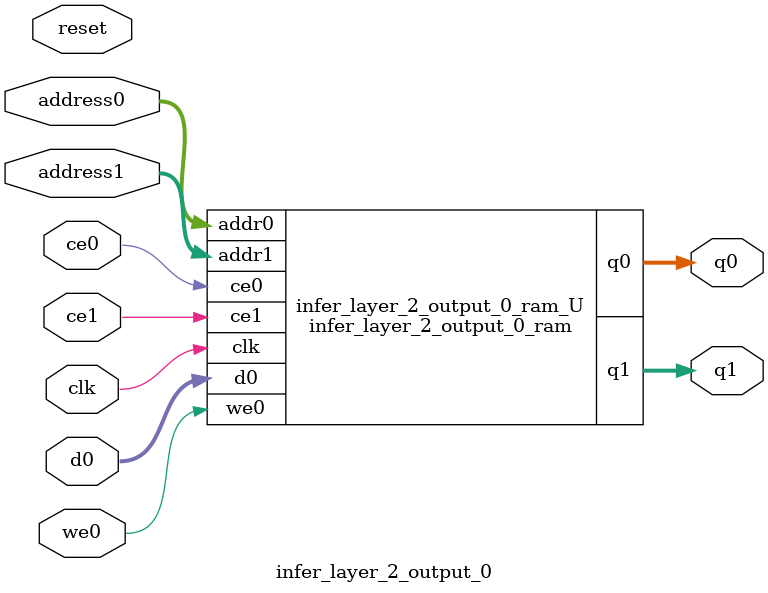
<source format=v>
`timescale 1 ns / 1 ps
module infer_layer_2_output_0_ram (addr0, ce0, d0, we0, q0, addr1, ce1, q1,  clk);

parameter DWIDTH = 32;
parameter AWIDTH = 11;
parameter MEM_SIZE = 1549;

input[AWIDTH-1:0] addr0;
input ce0;
input[DWIDTH-1:0] d0;
input we0;
output reg[DWIDTH-1:0] q0;
input[AWIDTH-1:0] addr1;
input ce1;
output reg[DWIDTH-1:0] q1;
input clk;

reg [DWIDTH-1:0] ram[0:MEM_SIZE-1];




always @(posedge clk)  
begin 
    if (ce0) begin
        if (we0) 
            ram[addr0] <= d0; 
        q0 <= ram[addr0];
    end
end


always @(posedge clk)  
begin 
    if (ce1) begin
        q1 <= ram[addr1];
    end
end


endmodule

`timescale 1 ns / 1 ps
module infer_layer_2_output_0(
    reset,
    clk,
    address0,
    ce0,
    we0,
    d0,
    q0,
    address1,
    ce1,
    q1);

parameter DataWidth = 32'd32;
parameter AddressRange = 32'd1549;
parameter AddressWidth = 32'd11;
input reset;
input clk;
input[AddressWidth - 1:0] address0;
input ce0;
input we0;
input[DataWidth - 1:0] d0;
output[DataWidth - 1:0] q0;
input[AddressWidth - 1:0] address1;
input ce1;
output[DataWidth - 1:0] q1;



infer_layer_2_output_0_ram infer_layer_2_output_0_ram_U(
    .clk( clk ),
    .addr0( address0 ),
    .ce0( ce0 ),
    .we0( we0 ),
    .d0( d0 ),
    .q0( q0 ),
    .addr1( address1 ),
    .ce1( ce1 ),
    .q1( q1 ));

endmodule


</source>
